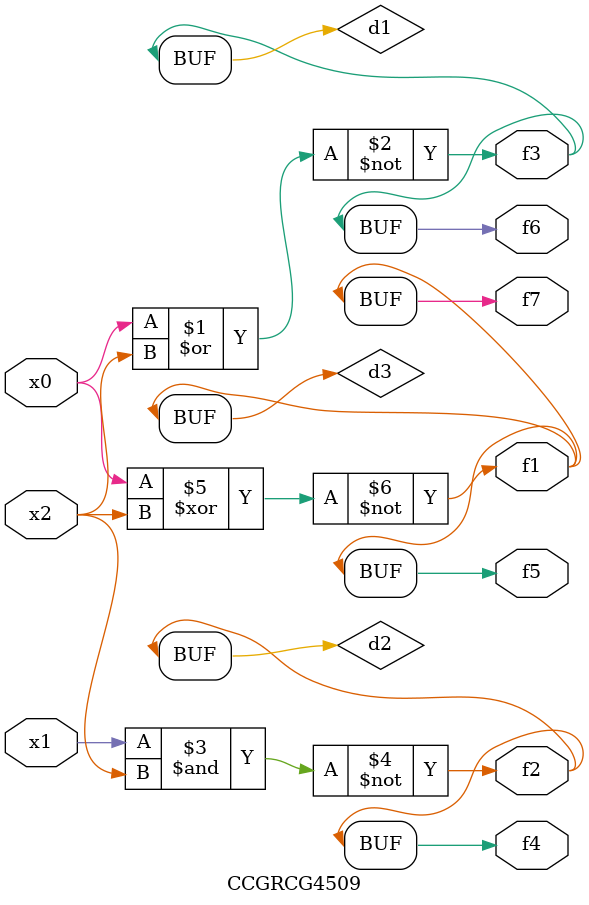
<source format=v>
module CCGRCG4509(
	input x0, x1, x2,
	output f1, f2, f3, f4, f5, f6, f7
);

	wire d1, d2, d3;

	nor (d1, x0, x2);
	nand (d2, x1, x2);
	xnor (d3, x0, x2);
	assign f1 = d3;
	assign f2 = d2;
	assign f3 = d1;
	assign f4 = d2;
	assign f5 = d3;
	assign f6 = d1;
	assign f7 = d3;
endmodule

</source>
